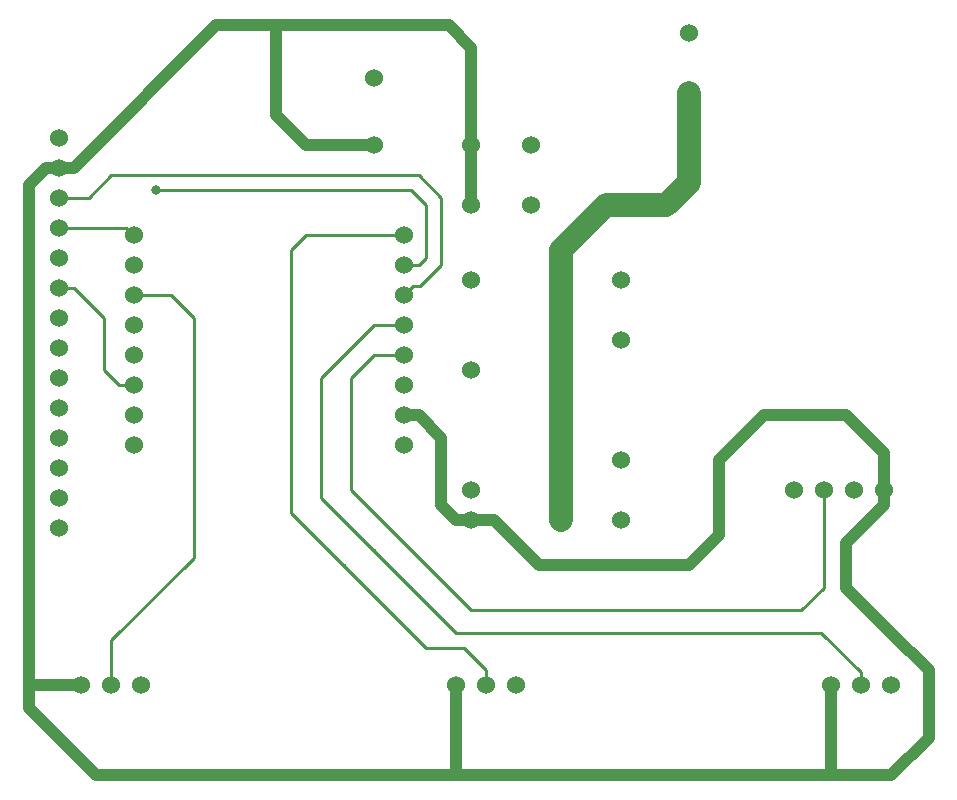
<source format=gbr>
G04 #@! TF.GenerationSoftware,KiCad,Pcbnew,(5.0.1)-3*
G04 #@! TF.CreationDate,2018-11-11T13:08:13+01:00*
G04 #@! TF.ProjectId,THERMOSTAT,544845524D4F535441542E6B69636164,rev?*
G04 #@! TF.SameCoordinates,Original*
G04 #@! TF.FileFunction,Copper,L2,Bot,Signal*
G04 #@! TF.FilePolarity,Positive*
%FSLAX46Y46*%
G04 Gerber Fmt 4.6, Leading zero omitted, Abs format (unit mm)*
G04 Created by KiCad (PCBNEW (5.0.1)-3) date 11/11/2018 1:08:13 PM*
%MOMM*%
%LPD*%
G01*
G04 APERTURE LIST*
G04 #@! TA.AperFunction,ComponentPad*
%ADD10C,1.524000*%
G04 #@! TD*
G04 #@! TA.AperFunction,ViaPad*
%ADD11C,0.800000*%
G04 #@! TD*
G04 #@! TA.AperFunction,Conductor*
%ADD12C,0.250000*%
G04 #@! TD*
G04 #@! TA.AperFunction,Conductor*
%ADD13C,1.000000*%
G04 #@! TD*
G04 #@! TA.AperFunction,Conductor*
%ADD14C,2.000000*%
G04 #@! TD*
G04 APERTURE END LIST*
D10*
G04 #@! TO.P,ACDC1,2*
G04 #@! TO.N,Net-(ACDC1-Pad2)*
X57150000Y-3175000D03*
G04 #@! TO.P,ACDC1,1*
G04 #@! TO.N,Net-(ACDC1-Pad1)*
X57150000Y-8255000D03*
G04 #@! TO.P,ACDC1,4*
G04 #@! TO.N,Net-(5VIN1-Pad1)*
X30480000Y-6985000D03*
G04 #@! TO.P,ACDC1,3*
G04 #@! TO.N,Net-(5VIN1-Pad2)*
X30480000Y-12700000D03*
G04 #@! TD*
G04 #@! TO.P,TouchUp1,1*
G04 #@! TO.N,Net-(5VIN1-Pad1)*
X74295000Y-58420000D03*
G04 #@! TO.P,TouchUp1,2*
G04 #@! TO.N,Net-(ESP1-Pad4)*
X71755000Y-58420000D03*
G04 #@! TO.P,TouchUp1,3*
G04 #@! TO.N,Net-(5VIN1-Pad2)*
X69215000Y-58420000D03*
G04 #@! TD*
G04 #@! TO.P,ESP1,1*
G04 #@! TO.N,Net-(ESP1-Pad1)*
X33020000Y-20320000D03*
G04 #@! TO.P,ESP1,2*
G04 #@! TO.N,Net-(ESP1-Pad2)*
X33020000Y-22860000D03*
G04 #@! TO.P,ESP1,3*
G04 #@! TO.N,Net-(ESP1-Pad3)*
X33020000Y-25400000D03*
G04 #@! TO.P,ESP1,4*
G04 #@! TO.N,Net-(ESP1-Pad4)*
X33020000Y-27940000D03*
G04 #@! TO.P,ESP1,5*
G04 #@! TO.N,Net-(DHT1-Pad2)*
X33020000Y-30480000D03*
G04 #@! TO.P,ESP1,6*
G04 #@! TO.N,Net-(ESP1-Pad6)*
X33020000Y-33020000D03*
G04 #@! TO.P,ESP1,7*
G04 #@! TO.N,Net-(5VIN1-Pad2)*
X33020000Y-35560000D03*
G04 #@! TO.P,ESP1,8*
G04 #@! TO.N,Net-(5VIN1-Pad1)*
X33020000Y-38100000D03*
G04 #@! TO.P,ESP1,9*
G04 #@! TO.N,Net-(ESP1-Pad9)*
X10160000Y-20320000D03*
G04 #@! TO.P,ESP1,10*
G04 #@! TO.N,Net-(ESP1-Pad10)*
X10160000Y-22860000D03*
G04 #@! TO.P,ESP1,11*
G04 #@! TO.N,Net-(ESP1-Pad11)*
X10160000Y-25400000D03*
G04 #@! TO.P,ESP1,12*
G04 #@! TO.N,Net-(ESP1-Pad12)*
X10160000Y-27940000D03*
G04 #@! TO.P,ESP1,13*
G04 #@! TO.N,Net-(ESP1-Pad13)*
X10160000Y-30480000D03*
G04 #@! TO.P,ESP1,14*
G04 #@! TO.N,Net-(ESP1-Pad14)*
X10160000Y-33020000D03*
G04 #@! TO.P,ESP1,15*
G04 #@! TO.N,Net-(ESP1-Pad15)*
X10160000Y-35560000D03*
G04 #@! TO.P,ESP1,16*
G04 #@! TO.N,Net-(ESP1-Pad16)*
X10160000Y-38100000D03*
G04 #@! TD*
G04 #@! TO.P,DHT1,1*
G04 #@! TO.N,Net-(5VIN1-Pad1)*
X66040000Y-41910000D03*
G04 #@! TO.P,DHT1,2*
G04 #@! TO.N,Net-(DHT1-Pad2)*
X68580000Y-41910000D03*
G04 #@! TO.P,DHT1,3*
G04 #@! TO.N,Net-(DHT1-Pad3)*
X71120000Y-41910000D03*
G04 #@! TO.P,DHT1,4*
G04 #@! TO.N,Net-(5VIN1-Pad2)*
X73660000Y-41910000D03*
G04 #@! TD*
G04 #@! TO.P,LOUT1,2*
G04 #@! TO.N,Net-(ACDC1-Pad1)*
X46355000Y-29210000D03*
X46355000Y-24130000D03*
G04 #@! TO.P,LOUT1,1*
G04 #@! TO.N,Net-(LOUT1-Pad1)*
X51435000Y-29210000D03*
X51435000Y-24130000D03*
G04 #@! TD*
G04 #@! TO.P,ACIN1,1*
G04 #@! TO.N,Net-(ACDC1-Pad2)*
X51435000Y-39370000D03*
X51435000Y-44450000D03*
G04 #@! TO.P,ACIN1,2*
G04 #@! TO.N,Net-(ACDC1-Pad1)*
X46355000Y-39370000D03*
X46355000Y-44450000D03*
G04 #@! TD*
G04 #@! TO.P,5VIN1,2*
G04 #@! TO.N,Net-(5VIN1-Pad2)*
X38735000Y-17780000D03*
X38735000Y-12700000D03*
G04 #@! TO.P,5VIN1,1*
G04 #@! TO.N,Net-(5VIN1-Pad1)*
X43815000Y-17780000D03*
X43815000Y-12700000D03*
G04 #@! TD*
G04 #@! TO.P,TouchMenu1,3*
G04 #@! TO.N,Net-(5VIN1-Pad2)*
X37465000Y-58420000D03*
G04 #@! TO.P,TouchMenu1,2*
G04 #@! TO.N,Net-(ESP1-Pad1)*
X40005000Y-58420000D03*
G04 #@! TO.P,TouchMenu1,1*
G04 #@! TO.N,Net-(5VIN1-Pad1)*
X42545000Y-58420000D03*
G04 #@! TD*
G04 #@! TO.P,TouchDown1,1*
G04 #@! TO.N,Net-(5VIN1-Pad1)*
X10795000Y-58420000D03*
G04 #@! TO.P,TouchDown1,2*
G04 #@! TO.N,Net-(ESP1-Pad11)*
X8255000Y-58420000D03*
G04 #@! TO.P,TouchDown1,3*
G04 #@! TO.N,Net-(5VIN1-Pad2)*
X5715000Y-58420000D03*
G04 #@! TD*
G04 #@! TO.P,TFT1,1*
G04 #@! TO.N,Net-(5VIN1-Pad1)*
X3810000Y-12065000D03*
G04 #@! TO.P,TFT1,2*
G04 #@! TO.N,Net-(5VIN1-Pad2)*
X3810000Y-14605000D03*
G04 #@! TO.P,TFT1,3*
G04 #@! TO.N,Net-(ESP1-Pad3)*
X3810000Y-17145000D03*
G04 #@! TO.P,TFT1,4*
G04 #@! TO.N,Net-(ESP1-Pad9)*
X3810000Y-19685000D03*
G04 #@! TO.P,TFT1,5*
G04 #@! TO.N,Net-(ESP1-Pad6)*
X3810000Y-22225000D03*
G04 #@! TO.P,TFT1,6*
G04 #@! TO.N,Net-(ESP1-Pad14)*
X3810000Y-24765000D03*
G04 #@! TO.P,TFT1,7*
G04 #@! TO.N,Net-(ESP1-Pad12)*
X3810000Y-27305000D03*
G04 #@! TO.P,TFT1,8*
G04 #@! TO.N,Net-(ESP1-Pad2)*
X3810000Y-29845000D03*
G04 #@! TO.P,TFT1,9*
G04 #@! TO.N,Net-(TFT1-Pad9)*
X3810000Y-32385000D03*
G04 #@! TO.P,TFT1,10*
G04 #@! TO.N,Net-(TFT1-Pad10)*
X3810000Y-34925000D03*
G04 #@! TO.P,TFT1,11*
G04 #@! TO.N,Net-(TFT1-Pad11)*
X3810000Y-37465000D03*
G04 #@! TO.P,TFT1,12*
G04 #@! TO.N,Net-(TFT1-Pad12)*
X3810000Y-40005000D03*
G04 #@! TO.P,TFT1,13*
G04 #@! TO.N,Net-(TFT1-Pad13)*
X3810000Y-42545000D03*
G04 #@! TO.P,TFT1,14*
G04 #@! TO.N,Net-(TFT1-Pad14)*
X3810000Y-45085000D03*
G04 #@! TD*
G04 #@! TO.P,OMRON1,1*
G04 #@! TO.N,Net-(ACDC1-Pad2)*
X38735000Y-24130000D03*
G04 #@! TO.P,OMRON1,2*
G04 #@! TO.N,Net-(LOUT1-Pad1)*
X38735000Y-31750000D03*
G04 #@! TO.P,OMRON1,3*
G04 #@! TO.N,Net-(ESP1-Pad15)*
X38735000Y-41910000D03*
G04 #@! TO.P,OMRON1,4*
G04 #@! TO.N,Net-(5VIN1-Pad2)*
X38735000Y-44450000D03*
G04 #@! TD*
D11*
G04 #@! TO.N,Net-(ESP1-Pad2)*
X12065000Y-16510000D03*
G04 #@! TD*
D12*
G04 #@! TO.N,Net-(ESP1-Pad1)*
X33020000Y-20320000D02*
X24765000Y-20320000D01*
X24765000Y-20320000D02*
X23495000Y-21590000D01*
X23495000Y-43815000D02*
X28575000Y-48895000D01*
X23495000Y-21590000D02*
X23495000Y-43815000D01*
X27940000Y-48260000D02*
X28575000Y-48895000D01*
X40005000Y-57150000D02*
X40005000Y-58420000D01*
X38100000Y-55245000D02*
X40005000Y-57150000D01*
X28575000Y-48895000D02*
X34925000Y-55245000D01*
X34925000Y-55245000D02*
X38100000Y-55245000D01*
G04 #@! TO.N,Net-(ESP1-Pad2)*
X12065000Y-16510000D02*
X12065000Y-16510000D01*
X33020000Y-22860000D02*
X34290000Y-22860000D01*
X34290000Y-22860000D02*
X34925000Y-22225000D01*
X34925000Y-17780000D02*
X33655000Y-16510000D01*
X34925000Y-22225000D02*
X34925000Y-17780000D01*
X33655000Y-16510000D02*
X12065000Y-16510000D01*
G04 #@! TO.N,Net-(ESP1-Pad3)*
X33781999Y-24638001D02*
X33020000Y-25400000D01*
X34416999Y-24638001D02*
X33781999Y-24638001D01*
X3810000Y-17145000D02*
X6350000Y-17145000D01*
X8255000Y-15240000D02*
X34290000Y-15240000D01*
X34290000Y-15240000D02*
X36195000Y-17145000D01*
X36195000Y-17145000D02*
X36195000Y-22860000D01*
X6350000Y-17145000D02*
X8255000Y-15240000D01*
X36195000Y-22860000D02*
X34416999Y-24638001D01*
G04 #@! TO.N,Net-(ESP1-Pad4)*
X26035000Y-42545000D02*
X31115000Y-47625000D01*
X26035000Y-32385000D02*
X26035000Y-42545000D01*
X30480000Y-27940000D02*
X26035000Y-32385000D01*
X33020000Y-27940000D02*
X30480000Y-27940000D01*
X30480000Y-46990000D02*
X31115000Y-47625000D01*
X31115000Y-47625000D02*
X37465000Y-53975000D01*
X71755000Y-57342370D02*
X68387630Y-53975000D01*
X71755000Y-58420000D02*
X71755000Y-57342370D01*
X68387630Y-53975000D02*
X60960000Y-53975000D01*
X37465000Y-53975000D02*
X60960000Y-53975000D01*
X60960000Y-53975000D02*
X61595000Y-53975000D01*
G04 #@! TO.N,Net-(DHT1-Pad2)*
X28575000Y-32385000D02*
X28575000Y-41910000D01*
X28575000Y-41910000D02*
X38735000Y-52070000D01*
X38735000Y-52070000D02*
X66675000Y-52070000D01*
X68580000Y-50165000D02*
X68580000Y-41910000D01*
X66675000Y-52070000D02*
X68580000Y-50165000D01*
X28575000Y-32385000D02*
X30480000Y-30480000D01*
X30480000Y-30480000D02*
X33020000Y-30480000D01*
G04 #@! TO.N,Net-(ESP1-Pad9)*
X9525000Y-19685000D02*
X10160000Y-20320000D01*
X3810000Y-19685000D02*
X9525000Y-19685000D01*
G04 #@! TO.N,Net-(ESP1-Pad11)*
X10160000Y-25400000D02*
X13335000Y-25400000D01*
X13335000Y-25400000D02*
X15240000Y-27305000D01*
X8255000Y-54610000D02*
X15240000Y-47625000D01*
X8255000Y-58420000D02*
X8255000Y-54610000D01*
X15240000Y-27305000D02*
X15240000Y-47625000D01*
G04 #@! TO.N,Net-(ESP1-Pad14)*
X8890000Y-33020000D02*
X10160000Y-33020000D01*
X7620000Y-31750000D02*
X8890000Y-33020000D01*
X7620000Y-27305000D02*
X7620000Y-31750000D01*
X5080000Y-24765000D02*
X7620000Y-27305000D01*
X3810000Y-24765000D02*
X5080000Y-24765000D01*
D13*
G04 #@! TO.N,Net-(5VIN1-Pad2)*
X58420000Y-46990000D02*
X59690000Y-45720000D01*
D12*
X12446000Y-65786000D02*
X12700000Y-66040000D01*
D13*
X12700000Y-66040000D02*
X15240000Y-66040000D01*
D12*
X37592000Y-65532000D02*
X38100000Y-66040000D01*
D13*
X38100000Y-66040000D02*
X41910000Y-66040000D01*
D12*
X62484000Y-65786000D02*
X62230000Y-66040000D01*
D13*
X62230000Y-66040000D02*
X67310000Y-66040000D01*
X41910000Y-66040000D02*
X43180000Y-66040000D01*
X43180000Y-66040000D02*
X62230000Y-66040000D01*
X15240000Y-66040000D02*
X17780000Y-66040000D01*
X57150000Y-48260000D02*
X58420000Y-46990000D01*
X2732370Y-14605000D02*
X1270000Y-16067370D01*
X3810000Y-14605000D02*
X2732370Y-14605000D01*
X1270000Y-16067370D02*
X1270000Y-55880000D01*
X17145000Y-2540000D02*
X19685000Y-2540000D01*
X5080000Y-14605000D02*
X17145000Y-2540000D01*
X3810000Y-14605000D02*
X5080000Y-14605000D01*
X19050000Y-2540000D02*
X19685000Y-2540000D01*
X37465000Y-58420000D02*
X37465000Y-66040000D01*
X17780000Y-66040000D02*
X37465000Y-66040000D01*
X37465000Y-66040000D02*
X38100000Y-66040000D01*
X37465000Y-44450000D02*
X40005000Y-44450000D01*
X36195000Y-43180000D02*
X37465000Y-44450000D01*
X36195000Y-37465000D02*
X36195000Y-43180000D01*
X33020000Y-35560000D02*
X34290000Y-35560000D01*
X34290000Y-35560000D02*
X36195000Y-37465000D01*
X59690000Y-45720000D02*
X59690000Y-39370000D01*
X59690000Y-39370000D02*
X63500000Y-35560000D01*
X40005000Y-44450000D02*
X40640000Y-44450000D01*
X40640000Y-44450000D02*
X41910000Y-45720000D01*
X41910000Y-45720000D02*
X44450000Y-48260000D01*
X57150000Y-48260000D02*
X44450000Y-48260000D01*
X6985000Y-66040000D02*
X12065000Y-66040000D01*
X1270000Y-60325000D02*
X6985000Y-66040000D01*
X11430000Y-66040000D02*
X12065000Y-66040000D01*
X12065000Y-66040000D02*
X12700000Y-66040000D01*
X5715000Y-58420000D02*
X1270000Y-58420000D01*
X1270000Y-55880000D02*
X1270000Y-58420000D01*
X1270000Y-58420000D02*
X1270000Y-60325000D01*
X69215000Y-58420000D02*
X69215000Y-66040000D01*
X67310000Y-66040000D02*
X69215000Y-66040000D01*
X76200000Y-55880000D02*
X75565000Y-55245000D01*
X69215000Y-66040000D02*
X74295000Y-66040000D01*
X74295000Y-66040000D02*
X77470000Y-62865000D01*
X77470000Y-57150000D02*
X74295000Y-53975000D01*
X77470000Y-62865000D02*
X77470000Y-57150000D01*
X75565000Y-55245000D02*
X74295000Y-53975000D01*
X74295000Y-53975000D02*
X70485000Y-50165000D01*
X70485000Y-46355000D02*
X73660000Y-43180000D01*
X70485000Y-50165000D02*
X70485000Y-46355000D01*
X73660000Y-43180000D02*
X73660000Y-41910000D01*
X38735000Y-17780000D02*
X38735000Y-12700000D01*
X38735000Y-12700000D02*
X38735000Y-11622370D01*
X22225000Y-2540000D02*
X22225000Y-10160000D01*
X19685000Y-2540000D02*
X22225000Y-2540000D01*
X24765000Y-12700000D02*
X30480000Y-12700000D01*
X22225000Y-10160000D02*
X24765000Y-12700000D01*
X73660000Y-38735000D02*
X70485000Y-35560000D01*
X63500000Y-35560000D02*
X70485000Y-35560000D01*
X73660000Y-41910000D02*
X73660000Y-38735000D01*
X38735000Y-4445000D02*
X36830000Y-2540000D01*
X38735000Y-5080000D02*
X38735000Y-4445000D01*
X22225000Y-2540000D02*
X36830000Y-2540000D01*
X38735000Y-11622370D02*
X38735000Y-5080000D01*
D14*
G04 #@! TO.N,Net-(ACDC1-Pad1)*
X46355000Y-24130000D02*
X46355000Y-29210000D01*
X46355000Y-29210000D02*
X46355000Y-34290000D01*
X46355000Y-34290000D02*
X46355000Y-39370000D01*
X46355000Y-44450000D02*
X46355000Y-39370000D01*
X46355000Y-24130000D02*
X46355000Y-21590000D01*
X46355000Y-21590000D02*
X50165000Y-17780000D01*
X50165000Y-17780000D02*
X55245000Y-17780000D01*
X57150000Y-15875000D02*
X57150000Y-8255000D01*
X55245000Y-17780000D02*
X57150000Y-15875000D01*
G04 #@! TD*
M02*

</source>
